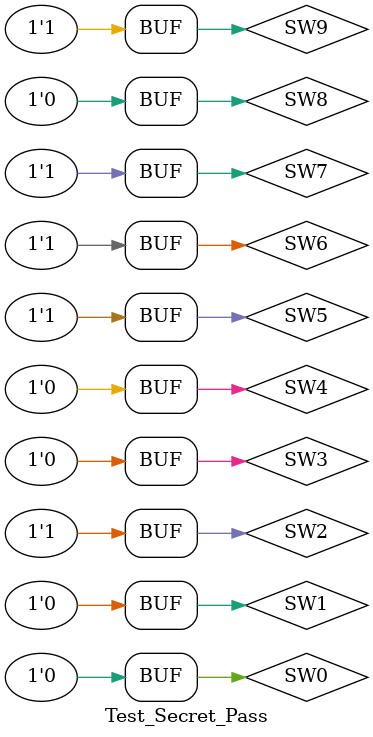
<source format=v>
`timescale 1ns / 1ps


module Test_Secret_Pass(

    );
    
    // Simulation Inputs
    reg SW0, SW1, SW2, SW3, SW4, SW5, SW6, SW7, SW8, SW9;
    
    // Simulation Outputs
    wire LED0, LED1, LED2, LED3, LED4, LED5, LED6, LED7, LED8, LED9, LED15;
    
    wire SEG0, SEG1, SEG2, SEG3,SEG4, SEG5, SEG6, DP, AN0, AN1, AN2, AN3;
    
    // Initiate Simulated Modules
    Post_Lab dut(SW0,SW1,SW2,SW3,SW4,SW5,SW6,SW7,SW8,SW9,LED0,LED1,LED2,LED3,LED4,LED5,LED6,LED7,LED8,LED9,LED15,SEG0,SEG1,SEG2,SEG3,SEG4,SEG5,SEG6,DP,AN0,AN1,AN2,AN3);
    
    // Stimuli
    initial begin
        SW0=0;SW1=0;SW2=0;SW3=0;SW4=0;SW5=0;SW6=0;SW7=0;SW8=0;SW9=0;#10;
        SW0=1;SW1=0;SW2=0;SW3=0;SW4=0;SW5=0;SW6=0;SW7=1;SW8=0;SW9=0;#10;
        SW0=0;SW1=1;SW2=1;SW3=0;SW4=0;SW5=1;SW6=1;SW7=1;SW8=0;SW9=1;#10;
        SW0=0;SW1=0;SW2=1;SW3=0;SW4=0;SW5=1;SW6=1;SW7=1;SW8=0;SW9=1;#10;
    end
endmodule

</source>
